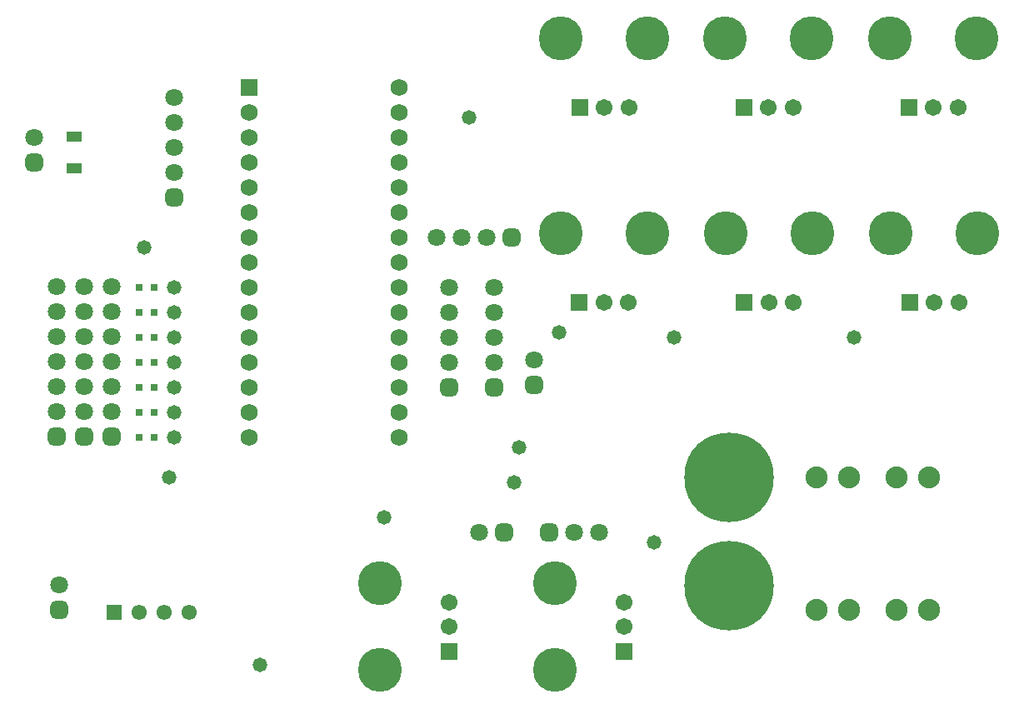
<source format=gbr>
G04*
G04 #@! TF.GenerationSoftware,Altium Limited,Altium Designer,24.1.2 (44)*
G04*
G04 Layer_Color=8388736*
%FSLAX25Y25*%
%MOIN*%
G70*
G04*
G04 #@! TF.SameCoordinates,E3FF4B23-F407-445B-9987-FD0FFFC61A21*
G04*
G04*
G04 #@! TF.FilePolarity,Negative*
G04*
G01*
G75*
%ADD15R,0.03150X0.03150*%
%ADD16R,0.05906X0.03937*%
%ADD17C,0.06800*%
%ADD18R,0.06800X0.06800*%
%ADD19C,0.07099*%
G04:AMPARAMS|DCode=20|XSize=70.99mil|YSize=70.99mil|CornerRadius=19.75mil|HoleSize=0mil|Usage=FLASHONLY|Rotation=90.000|XOffset=0mil|YOffset=0mil|HoleType=Round|Shape=RoundedRectangle|*
%AMROUNDEDRECTD20*
21,1,0.07099,0.03150,0,0,90.0*
21,1,0.03150,0.07099,0,0,90.0*
1,1,0.03950,0.01575,0.01575*
1,1,0.03950,0.01575,-0.01575*
1,1,0.03950,-0.01575,-0.01575*
1,1,0.03950,-0.01575,0.01575*
%
%ADD20ROUNDEDRECTD20*%
G04:AMPARAMS|DCode=21|XSize=70.99mil|YSize=70.99mil|CornerRadius=19.75mil|HoleSize=0mil|Usage=FLASHONLY|Rotation=180.000|XOffset=0mil|YOffset=0mil|HoleType=Round|Shape=RoundedRectangle|*
%AMROUNDEDRECTD21*
21,1,0.07099,0.03150,0,0,180.0*
21,1,0.03150,0.07099,0,0,180.0*
1,1,0.03950,-0.01575,0.01575*
1,1,0.03950,0.01575,0.01575*
1,1,0.03950,0.01575,-0.01575*
1,1,0.03950,-0.01575,-0.01575*
%
%ADD21ROUNDEDRECTD21*%
%ADD22C,0.08800*%
%ADD23C,0.35800*%
%ADD24R,0.06706X0.06706*%
%ADD25C,0.06706*%
%ADD26C,0.17572*%
%ADD27R,0.06706X0.06706*%
%ADD28C,0.06102*%
%ADD29R,0.06102X0.06102*%
%ADD30C,0.05800*%
D15*
X270094Y344000D02*
D03*
X276000D02*
D03*
X270094Y394000D02*
D03*
X276000D02*
D03*
X270094Y384000D02*
D03*
X276000D02*
D03*
X270000Y374000D02*
D03*
X275905D02*
D03*
X270000Y364000D02*
D03*
X275905D02*
D03*
X270000Y354000D02*
D03*
X275905D02*
D03*
X270000Y404000D02*
D03*
X275905D02*
D03*
D16*
X244000Y464299D02*
D03*
Y451701D02*
D03*
D17*
X314000Y364000D02*
D03*
Y374000D02*
D03*
Y384000D02*
D03*
Y394000D02*
D03*
Y404000D02*
D03*
Y414000D02*
D03*
Y424000D02*
D03*
Y434000D02*
D03*
Y444000D02*
D03*
Y454000D02*
D03*
Y464000D02*
D03*
Y474000D02*
D03*
X374000Y484000D02*
D03*
X314000Y354000D02*
D03*
Y344000D02*
D03*
X374000Y474000D02*
D03*
Y464000D02*
D03*
Y454000D02*
D03*
Y444000D02*
D03*
Y434000D02*
D03*
Y424000D02*
D03*
Y414000D02*
D03*
Y404000D02*
D03*
Y394000D02*
D03*
Y364000D02*
D03*
Y384000D02*
D03*
Y374000D02*
D03*
Y354000D02*
D03*
Y344000D02*
D03*
D18*
X314000Y484000D02*
D03*
D19*
X237000Y404347D02*
D03*
Y394346D02*
D03*
Y374346D02*
D03*
Y354346D02*
D03*
Y364347D02*
D03*
Y384347D02*
D03*
X248000Y404347D02*
D03*
Y394346D02*
D03*
Y374346D02*
D03*
Y354346D02*
D03*
Y364347D02*
D03*
Y384347D02*
D03*
X259000Y404347D02*
D03*
Y394346D02*
D03*
Y374346D02*
D03*
Y354346D02*
D03*
Y364347D02*
D03*
Y384347D02*
D03*
X412000Y384000D02*
D03*
Y374000D02*
D03*
Y394000D02*
D03*
Y404000D02*
D03*
X409000Y424000D02*
D03*
X399000D02*
D03*
X389000D02*
D03*
X444000Y306000D02*
D03*
X454000D02*
D03*
X406000D02*
D03*
X428000Y375000D02*
D03*
X238000Y285000D02*
D03*
X284000Y460000D02*
D03*
Y450000D02*
D03*
Y470000D02*
D03*
Y480000D02*
D03*
X394000Y384000D02*
D03*
Y374000D02*
D03*
Y394000D02*
D03*
Y404000D02*
D03*
X228000Y464000D02*
D03*
D20*
X237000Y344346D02*
D03*
X248000D02*
D03*
X259000D02*
D03*
X412000Y364000D02*
D03*
X428000Y365000D02*
D03*
X238000Y275000D02*
D03*
X284000Y440000D02*
D03*
X394000Y364000D02*
D03*
X228000Y454000D02*
D03*
D21*
X419000Y424000D02*
D03*
X434000Y306000D02*
D03*
X416000D02*
D03*
D22*
X573000Y275000D02*
D03*
X586000D02*
D03*
X573000Y328000D02*
D03*
X586000D02*
D03*
X554000D02*
D03*
X541000D02*
D03*
X554000Y275000D02*
D03*
X541000D02*
D03*
D23*
X506000Y284693D02*
D03*
Y328000D02*
D03*
D24*
X578315Y398000D02*
D03*
X512157D02*
D03*
X446158D02*
D03*
X578000Y476000D02*
D03*
X512000D02*
D03*
X446315D02*
D03*
D25*
X588158Y398000D02*
D03*
X598000D02*
D03*
X522000D02*
D03*
X531843D02*
D03*
X456000D02*
D03*
X465842D02*
D03*
X587843Y476000D02*
D03*
X597685D02*
D03*
X521842D02*
D03*
X531685D02*
D03*
X456157D02*
D03*
X466000D02*
D03*
X464000Y268158D02*
D03*
Y278000D02*
D03*
X394000Y268158D02*
D03*
Y278000D02*
D03*
D26*
X570835Y425559D02*
D03*
X605480D02*
D03*
X504677D02*
D03*
X539323D02*
D03*
X438677D02*
D03*
X473323D02*
D03*
X570520Y503559D02*
D03*
X605165D02*
D03*
X504520D02*
D03*
X539165D02*
D03*
X438835D02*
D03*
X473480D02*
D03*
X436441Y250835D02*
D03*
Y285480D02*
D03*
X366441Y250835D02*
D03*
Y285480D02*
D03*
D27*
X464000Y258315D02*
D03*
X394000D02*
D03*
D28*
X290000Y274000D02*
D03*
X280000D02*
D03*
X270000D02*
D03*
D29*
X260000D02*
D03*
D30*
X438000Y386000D02*
D03*
X556000Y384000D02*
D03*
X272000Y420000D02*
D03*
X282000Y328000D02*
D03*
X318512Y252958D02*
D03*
X476000Y302000D02*
D03*
X368000Y312000D02*
D03*
X484000Y384000D02*
D03*
X402000Y472000D02*
D03*
X420000Y326000D02*
D03*
X422000Y340000D02*
D03*
X284000Y344000D02*
D03*
Y354000D02*
D03*
Y364000D02*
D03*
Y374000D02*
D03*
Y384000D02*
D03*
Y394000D02*
D03*
Y404000D02*
D03*
M02*

</source>
